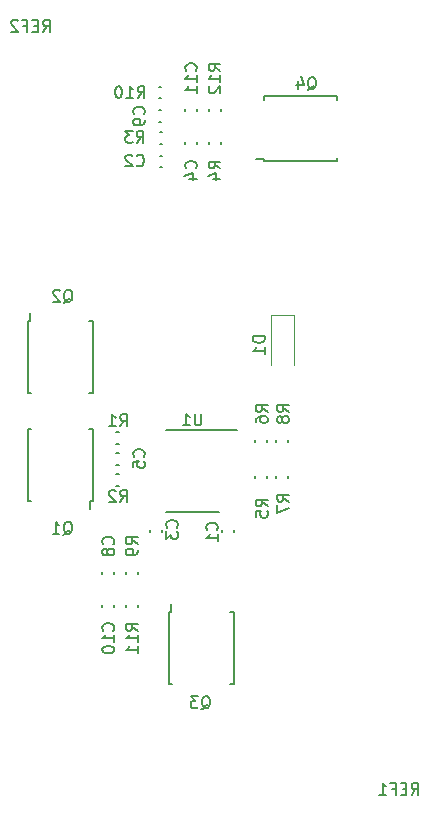
<source format=gbo>
G04 #@! TF.FileFunction,Legend,Bot*
%FSLAX46Y46*%
G04 Gerber Fmt 4.6, Leading zero omitted, Abs format (unit mm)*
G04 Created by KiCad (PCBNEW 4.0.5) date 03/05/17 20:07:58*
%MOMM*%
%LPD*%
G01*
G04 APERTURE LIST*
%ADD10C,0.100000*%
%ADD11C,0.150000*%
%ADD12C,0.120000*%
G04 APERTURE END LIST*
D10*
D11*
X179824000Y-124560000D02*
X179824000Y-124360000D01*
X178824000Y-124560000D02*
X178824000Y-124360000D01*
X173521000Y-93688000D02*
X173721000Y-93688000D01*
X173521000Y-92688000D02*
X173721000Y-92688000D01*
X173728000Y-124560000D02*
X173728000Y-124360000D01*
X172728000Y-124560000D02*
X172728000Y-124360000D01*
X175649000Y-91530500D02*
X175649000Y-91730500D01*
X176649000Y-91530500D02*
X176649000Y-91730500D01*
X169826000Y-118864000D02*
X170026000Y-118864000D01*
X169826000Y-117864000D02*
X170026000Y-117864000D01*
X168664000Y-127916000D02*
X168664000Y-128116000D01*
X169664000Y-127916000D02*
X169664000Y-128116000D01*
X173457500Y-89814500D02*
X173657500Y-89814500D01*
X173457500Y-88814500D02*
X173657500Y-88814500D01*
X168664000Y-130710000D02*
X168664000Y-130910000D01*
X169664000Y-130710000D02*
X169664000Y-130910000D01*
X175649000Y-88736500D02*
X175649000Y-88936500D01*
X176649000Y-88736500D02*
X176649000Y-88936500D01*
D12*
X182896000Y-110462000D02*
X182896000Y-106162000D01*
X182896000Y-106162000D02*
X184896000Y-106162000D01*
X184896000Y-106162000D02*
X184896000Y-110462000D01*
D11*
X169826000Y-117086000D02*
X170026000Y-117086000D01*
X169826000Y-116086000D02*
X170026000Y-116086000D01*
X169826000Y-120642000D02*
X170026000Y-120642000D01*
X169826000Y-119642000D02*
X170026000Y-119642000D01*
X173521000Y-91719500D02*
X173721000Y-91719500D01*
X173521000Y-90719500D02*
X173721000Y-90719500D01*
X177681000Y-91530500D02*
X177681000Y-91730500D01*
X178681000Y-91530500D02*
X178681000Y-91730500D01*
X181618000Y-119788000D02*
X181618000Y-119988000D01*
X182618000Y-119788000D02*
X182618000Y-119988000D01*
X182618000Y-116940000D02*
X182618000Y-116740000D01*
X181618000Y-116940000D02*
X181618000Y-116740000D01*
X183396000Y-119788000D02*
X183396000Y-119988000D01*
X184396000Y-119788000D02*
X184396000Y-119988000D01*
X184396000Y-116940000D02*
X184396000Y-116740000D01*
X183396000Y-116940000D02*
X183396000Y-116740000D01*
X170696000Y-127916000D02*
X170696000Y-128116000D01*
X171696000Y-127916000D02*
X171696000Y-128116000D01*
X173457500Y-87846000D02*
X173657500Y-87846000D01*
X173457500Y-86846000D02*
X173657500Y-86846000D01*
X170696000Y-130710000D02*
X170696000Y-130910000D01*
X171696000Y-130710000D02*
X171696000Y-130910000D01*
X177681000Y-88736500D02*
X177681000Y-88936500D01*
X178681000Y-88736500D02*
X178681000Y-88936500D01*
X178501000Y-122830000D02*
X174051000Y-122830000D01*
X180026000Y-115930000D02*
X174051000Y-115930000D01*
X167855000Y-121942000D02*
X167650000Y-121942000D01*
X167855000Y-115802000D02*
X167555000Y-115802000D01*
X162345000Y-115802000D02*
X162645000Y-115802000D01*
X162345000Y-121942000D02*
X162645000Y-121942000D01*
X167855000Y-121942000D02*
X167855000Y-115802000D01*
X162345000Y-121942000D02*
X162345000Y-115802000D01*
X167650000Y-121942000D02*
X167650000Y-122622000D01*
X162345000Y-106658000D02*
X162550000Y-106658000D01*
X162345000Y-112798000D02*
X162645000Y-112798000D01*
X167855000Y-112798000D02*
X167555000Y-112798000D01*
X167855000Y-106658000D02*
X167555000Y-106658000D01*
X162345000Y-106658000D02*
X162345000Y-112798000D01*
X167855000Y-106658000D02*
X167855000Y-112798000D01*
X162550000Y-106658000D02*
X162550000Y-105978000D01*
X174283000Y-131296000D02*
X174488000Y-131296000D01*
X174283000Y-137436000D02*
X174583000Y-137436000D01*
X179793000Y-137436000D02*
X179493000Y-137436000D01*
X179793000Y-131296000D02*
X179493000Y-131296000D01*
X174283000Y-131296000D02*
X174283000Y-137436000D01*
X179793000Y-131296000D02*
X179793000Y-137436000D01*
X174488000Y-131296000D02*
X174488000Y-130616000D01*
X182350000Y-93179000D02*
X182350000Y-92974000D01*
X188490000Y-93179000D02*
X188490000Y-92879000D01*
X188490000Y-87669000D02*
X188490000Y-87969000D01*
X182350000Y-87669000D02*
X182350000Y-87969000D01*
X182350000Y-93179000D02*
X188490000Y-93179000D01*
X182350000Y-87669000D02*
X188490000Y-87669000D01*
X182350000Y-92974000D02*
X181670000Y-92974000D01*
X178357143Y-124383334D02*
X178404762Y-124335715D01*
X178452381Y-124192858D01*
X178452381Y-124097620D01*
X178404762Y-123954762D01*
X178309524Y-123859524D01*
X178214286Y-123811905D01*
X178023810Y-123764286D01*
X177880952Y-123764286D01*
X177690476Y-123811905D01*
X177595238Y-123859524D01*
X177500000Y-123954762D01*
X177452381Y-124097620D01*
X177452381Y-124192858D01*
X177500000Y-124335715D01*
X177547619Y-124383334D01*
X178452381Y-125335715D02*
X178452381Y-124764286D01*
X178452381Y-125050000D02*
X177452381Y-125050000D01*
X177595238Y-124954762D01*
X177690476Y-124859524D01*
X177738095Y-124764286D01*
X171566666Y-93507143D02*
X171614285Y-93554762D01*
X171757142Y-93602381D01*
X171852380Y-93602381D01*
X171995238Y-93554762D01*
X172090476Y-93459524D01*
X172138095Y-93364286D01*
X172185714Y-93173810D01*
X172185714Y-93030952D01*
X172138095Y-92840476D01*
X172090476Y-92745238D01*
X171995238Y-92650000D01*
X171852380Y-92602381D01*
X171757142Y-92602381D01*
X171614285Y-92650000D01*
X171566666Y-92697619D01*
X171185714Y-92697619D02*
X171138095Y-92650000D01*
X171042857Y-92602381D01*
X170804761Y-92602381D01*
X170709523Y-92650000D01*
X170661904Y-92697619D01*
X170614285Y-92792857D01*
X170614285Y-92888095D01*
X170661904Y-93030952D01*
X171233333Y-93602381D01*
X170614285Y-93602381D01*
X174957143Y-124183334D02*
X175004762Y-124135715D01*
X175052381Y-123992858D01*
X175052381Y-123897620D01*
X175004762Y-123754762D01*
X174909524Y-123659524D01*
X174814286Y-123611905D01*
X174623810Y-123564286D01*
X174480952Y-123564286D01*
X174290476Y-123611905D01*
X174195238Y-123659524D01*
X174100000Y-123754762D01*
X174052381Y-123897620D01*
X174052381Y-123992858D01*
X174100000Y-124135715D01*
X174147619Y-124183334D01*
X174052381Y-124516667D02*
X174052381Y-125135715D01*
X174433333Y-124802381D01*
X174433333Y-124945239D01*
X174480952Y-125040477D01*
X174528571Y-125088096D01*
X174623810Y-125135715D01*
X174861905Y-125135715D01*
X174957143Y-125088096D01*
X175004762Y-125040477D01*
X175052381Y-124945239D01*
X175052381Y-124659524D01*
X175004762Y-124564286D01*
X174957143Y-124516667D01*
X176557143Y-93783334D02*
X176604762Y-93735715D01*
X176652381Y-93592858D01*
X176652381Y-93497620D01*
X176604762Y-93354762D01*
X176509524Y-93259524D01*
X176414286Y-93211905D01*
X176223810Y-93164286D01*
X176080952Y-93164286D01*
X175890476Y-93211905D01*
X175795238Y-93259524D01*
X175700000Y-93354762D01*
X175652381Y-93497620D01*
X175652381Y-93592858D01*
X175700000Y-93735715D01*
X175747619Y-93783334D01*
X175985714Y-94640477D02*
X176652381Y-94640477D01*
X175604762Y-94402381D02*
X176319048Y-94164286D01*
X176319048Y-94783334D01*
X172157143Y-118183334D02*
X172204762Y-118135715D01*
X172252381Y-117992858D01*
X172252381Y-117897620D01*
X172204762Y-117754762D01*
X172109524Y-117659524D01*
X172014286Y-117611905D01*
X171823810Y-117564286D01*
X171680952Y-117564286D01*
X171490476Y-117611905D01*
X171395238Y-117659524D01*
X171300000Y-117754762D01*
X171252381Y-117897620D01*
X171252381Y-117992858D01*
X171300000Y-118135715D01*
X171347619Y-118183334D01*
X171252381Y-119088096D02*
X171252381Y-118611905D01*
X171728571Y-118564286D01*
X171680952Y-118611905D01*
X171633333Y-118707143D01*
X171633333Y-118945239D01*
X171680952Y-119040477D01*
X171728571Y-119088096D01*
X171823810Y-119135715D01*
X172061905Y-119135715D01*
X172157143Y-119088096D01*
X172204762Y-119040477D01*
X172252381Y-118945239D01*
X172252381Y-118707143D01*
X172204762Y-118611905D01*
X172157143Y-118564286D01*
X169557143Y-125583334D02*
X169604762Y-125535715D01*
X169652381Y-125392858D01*
X169652381Y-125297620D01*
X169604762Y-125154762D01*
X169509524Y-125059524D01*
X169414286Y-125011905D01*
X169223810Y-124964286D01*
X169080952Y-124964286D01*
X168890476Y-125011905D01*
X168795238Y-125059524D01*
X168700000Y-125154762D01*
X168652381Y-125297620D01*
X168652381Y-125392858D01*
X168700000Y-125535715D01*
X168747619Y-125583334D01*
X169080952Y-126154762D02*
X169033333Y-126059524D01*
X168985714Y-126011905D01*
X168890476Y-125964286D01*
X168842857Y-125964286D01*
X168747619Y-126011905D01*
X168700000Y-126059524D01*
X168652381Y-126154762D01*
X168652381Y-126345239D01*
X168700000Y-126440477D01*
X168747619Y-126488096D01*
X168842857Y-126535715D01*
X168890476Y-126535715D01*
X168985714Y-126488096D01*
X169033333Y-126440477D01*
X169080952Y-126345239D01*
X169080952Y-126154762D01*
X169128571Y-126059524D01*
X169176190Y-126011905D01*
X169271429Y-125964286D01*
X169461905Y-125964286D01*
X169557143Y-126011905D01*
X169604762Y-126059524D01*
X169652381Y-126154762D01*
X169652381Y-126345239D01*
X169604762Y-126440477D01*
X169557143Y-126488096D01*
X169461905Y-126535715D01*
X169271429Y-126535715D01*
X169176190Y-126488096D01*
X169128571Y-126440477D01*
X169080952Y-126345239D01*
X172157143Y-89183334D02*
X172204762Y-89135715D01*
X172252381Y-88992858D01*
X172252381Y-88897620D01*
X172204762Y-88754762D01*
X172109524Y-88659524D01*
X172014286Y-88611905D01*
X171823810Y-88564286D01*
X171680952Y-88564286D01*
X171490476Y-88611905D01*
X171395238Y-88659524D01*
X171300000Y-88754762D01*
X171252381Y-88897620D01*
X171252381Y-88992858D01*
X171300000Y-89135715D01*
X171347619Y-89183334D01*
X172252381Y-89659524D02*
X172252381Y-89850000D01*
X172204762Y-89945239D01*
X172157143Y-89992858D01*
X172014286Y-90088096D01*
X171823810Y-90135715D01*
X171442857Y-90135715D01*
X171347619Y-90088096D01*
X171300000Y-90040477D01*
X171252381Y-89945239D01*
X171252381Y-89754762D01*
X171300000Y-89659524D01*
X171347619Y-89611905D01*
X171442857Y-89564286D01*
X171680952Y-89564286D01*
X171776190Y-89611905D01*
X171823810Y-89659524D01*
X171871429Y-89754762D01*
X171871429Y-89945239D01*
X171823810Y-90040477D01*
X171776190Y-90088096D01*
X171680952Y-90135715D01*
X169557143Y-132907143D02*
X169604762Y-132859524D01*
X169652381Y-132716667D01*
X169652381Y-132621429D01*
X169604762Y-132478571D01*
X169509524Y-132383333D01*
X169414286Y-132335714D01*
X169223810Y-132288095D01*
X169080952Y-132288095D01*
X168890476Y-132335714D01*
X168795238Y-132383333D01*
X168700000Y-132478571D01*
X168652381Y-132621429D01*
X168652381Y-132716667D01*
X168700000Y-132859524D01*
X168747619Y-132907143D01*
X169652381Y-133859524D02*
X169652381Y-133288095D01*
X169652381Y-133573809D02*
X168652381Y-133573809D01*
X168795238Y-133478571D01*
X168890476Y-133383333D01*
X168938095Y-133288095D01*
X168652381Y-134478571D02*
X168652381Y-134573810D01*
X168700000Y-134669048D01*
X168747619Y-134716667D01*
X168842857Y-134764286D01*
X169033333Y-134811905D01*
X169271429Y-134811905D01*
X169461905Y-134764286D01*
X169557143Y-134716667D01*
X169604762Y-134669048D01*
X169652381Y-134573810D01*
X169652381Y-134478571D01*
X169604762Y-134383333D01*
X169557143Y-134335714D01*
X169461905Y-134288095D01*
X169271429Y-134240476D01*
X169033333Y-134240476D01*
X168842857Y-134288095D01*
X168747619Y-134335714D01*
X168700000Y-134383333D01*
X168652381Y-134478571D01*
X176557143Y-85507143D02*
X176604762Y-85459524D01*
X176652381Y-85316667D01*
X176652381Y-85221429D01*
X176604762Y-85078571D01*
X176509524Y-84983333D01*
X176414286Y-84935714D01*
X176223810Y-84888095D01*
X176080952Y-84888095D01*
X175890476Y-84935714D01*
X175795238Y-84983333D01*
X175700000Y-85078571D01*
X175652381Y-85221429D01*
X175652381Y-85316667D01*
X175700000Y-85459524D01*
X175747619Y-85507143D01*
X176652381Y-86459524D02*
X176652381Y-85888095D01*
X176652381Y-86173809D02*
X175652381Y-86173809D01*
X175795238Y-86078571D01*
X175890476Y-85983333D01*
X175938095Y-85888095D01*
X176652381Y-87411905D02*
X176652381Y-86840476D01*
X176652381Y-87126190D02*
X175652381Y-87126190D01*
X175795238Y-87030952D01*
X175890476Y-86935714D01*
X175938095Y-86840476D01*
X182398381Y-107973905D02*
X181398381Y-107973905D01*
X181398381Y-108212000D01*
X181446000Y-108354858D01*
X181541238Y-108450096D01*
X181636476Y-108497715D01*
X181826952Y-108545334D01*
X181969810Y-108545334D01*
X182160286Y-108497715D01*
X182255524Y-108450096D01*
X182350762Y-108354858D01*
X182398381Y-108212000D01*
X182398381Y-107973905D01*
X182398381Y-109497715D02*
X182398381Y-108926286D01*
X182398381Y-109212000D02*
X181398381Y-109212000D01*
X181541238Y-109116762D01*
X181636476Y-109021524D01*
X181684095Y-108926286D01*
X170166666Y-115602381D02*
X170500000Y-115126190D01*
X170738095Y-115602381D02*
X170738095Y-114602381D01*
X170357142Y-114602381D01*
X170261904Y-114650000D01*
X170214285Y-114697619D01*
X170166666Y-114792857D01*
X170166666Y-114935714D01*
X170214285Y-115030952D01*
X170261904Y-115078571D01*
X170357142Y-115126190D01*
X170738095Y-115126190D01*
X169214285Y-115602381D02*
X169785714Y-115602381D01*
X169500000Y-115602381D02*
X169500000Y-114602381D01*
X169595238Y-114745238D01*
X169690476Y-114840476D01*
X169785714Y-114888095D01*
X170166666Y-122002381D02*
X170500000Y-121526190D01*
X170738095Y-122002381D02*
X170738095Y-121002381D01*
X170357142Y-121002381D01*
X170261904Y-121050000D01*
X170214285Y-121097619D01*
X170166666Y-121192857D01*
X170166666Y-121335714D01*
X170214285Y-121430952D01*
X170261904Y-121478571D01*
X170357142Y-121526190D01*
X170738095Y-121526190D01*
X169785714Y-121097619D02*
X169738095Y-121050000D01*
X169642857Y-121002381D01*
X169404761Y-121002381D01*
X169309523Y-121050000D01*
X169261904Y-121097619D01*
X169214285Y-121192857D01*
X169214285Y-121288095D01*
X169261904Y-121430952D01*
X169833333Y-122002381D01*
X169214285Y-122002381D01*
X171566666Y-91602381D02*
X171900000Y-91126190D01*
X172138095Y-91602381D02*
X172138095Y-90602381D01*
X171757142Y-90602381D01*
X171661904Y-90650000D01*
X171614285Y-90697619D01*
X171566666Y-90792857D01*
X171566666Y-90935714D01*
X171614285Y-91030952D01*
X171661904Y-91078571D01*
X171757142Y-91126190D01*
X172138095Y-91126190D01*
X171233333Y-90602381D02*
X170614285Y-90602381D01*
X170947619Y-90983333D01*
X170804761Y-90983333D01*
X170709523Y-91030952D01*
X170661904Y-91078571D01*
X170614285Y-91173810D01*
X170614285Y-91411905D01*
X170661904Y-91507143D01*
X170709523Y-91554762D01*
X170804761Y-91602381D01*
X171090476Y-91602381D01*
X171185714Y-91554762D01*
X171233333Y-91507143D01*
X178652381Y-93783334D02*
X178176190Y-93450000D01*
X178652381Y-93211905D02*
X177652381Y-93211905D01*
X177652381Y-93592858D01*
X177700000Y-93688096D01*
X177747619Y-93735715D01*
X177842857Y-93783334D01*
X177985714Y-93783334D01*
X178080952Y-93735715D01*
X178128571Y-93688096D01*
X178176190Y-93592858D01*
X178176190Y-93211905D01*
X177985714Y-94640477D02*
X178652381Y-94640477D01*
X177604762Y-94402381D02*
X178319048Y-94164286D01*
X178319048Y-94783334D01*
X182652381Y-122383334D02*
X182176190Y-122050000D01*
X182652381Y-121811905D02*
X181652381Y-121811905D01*
X181652381Y-122192858D01*
X181700000Y-122288096D01*
X181747619Y-122335715D01*
X181842857Y-122383334D01*
X181985714Y-122383334D01*
X182080952Y-122335715D01*
X182128571Y-122288096D01*
X182176190Y-122192858D01*
X182176190Y-121811905D01*
X181652381Y-123288096D02*
X181652381Y-122811905D01*
X182128571Y-122764286D01*
X182080952Y-122811905D01*
X182033333Y-122907143D01*
X182033333Y-123145239D01*
X182080952Y-123240477D01*
X182128571Y-123288096D01*
X182223810Y-123335715D01*
X182461905Y-123335715D01*
X182557143Y-123288096D01*
X182604762Y-123240477D01*
X182652381Y-123145239D01*
X182652381Y-122907143D01*
X182604762Y-122811905D01*
X182557143Y-122764286D01*
X182652381Y-114383334D02*
X182176190Y-114050000D01*
X182652381Y-113811905D02*
X181652381Y-113811905D01*
X181652381Y-114192858D01*
X181700000Y-114288096D01*
X181747619Y-114335715D01*
X181842857Y-114383334D01*
X181985714Y-114383334D01*
X182080952Y-114335715D01*
X182128571Y-114288096D01*
X182176190Y-114192858D01*
X182176190Y-113811905D01*
X181652381Y-115240477D02*
X181652381Y-115050000D01*
X181700000Y-114954762D01*
X181747619Y-114907143D01*
X181890476Y-114811905D01*
X182080952Y-114764286D01*
X182461905Y-114764286D01*
X182557143Y-114811905D01*
X182604762Y-114859524D01*
X182652381Y-114954762D01*
X182652381Y-115145239D01*
X182604762Y-115240477D01*
X182557143Y-115288096D01*
X182461905Y-115335715D01*
X182223810Y-115335715D01*
X182128571Y-115288096D01*
X182080952Y-115240477D01*
X182033333Y-115145239D01*
X182033333Y-114954762D01*
X182080952Y-114859524D01*
X182128571Y-114811905D01*
X182223810Y-114764286D01*
X184452381Y-121983334D02*
X183976190Y-121650000D01*
X184452381Y-121411905D02*
X183452381Y-121411905D01*
X183452381Y-121792858D01*
X183500000Y-121888096D01*
X183547619Y-121935715D01*
X183642857Y-121983334D01*
X183785714Y-121983334D01*
X183880952Y-121935715D01*
X183928571Y-121888096D01*
X183976190Y-121792858D01*
X183976190Y-121411905D01*
X183452381Y-122316667D02*
X183452381Y-122983334D01*
X184452381Y-122554762D01*
X184452381Y-114383334D02*
X183976190Y-114050000D01*
X184452381Y-113811905D02*
X183452381Y-113811905D01*
X183452381Y-114192858D01*
X183500000Y-114288096D01*
X183547619Y-114335715D01*
X183642857Y-114383334D01*
X183785714Y-114383334D01*
X183880952Y-114335715D01*
X183928571Y-114288096D01*
X183976190Y-114192858D01*
X183976190Y-113811905D01*
X183880952Y-114954762D02*
X183833333Y-114859524D01*
X183785714Y-114811905D01*
X183690476Y-114764286D01*
X183642857Y-114764286D01*
X183547619Y-114811905D01*
X183500000Y-114859524D01*
X183452381Y-114954762D01*
X183452381Y-115145239D01*
X183500000Y-115240477D01*
X183547619Y-115288096D01*
X183642857Y-115335715D01*
X183690476Y-115335715D01*
X183785714Y-115288096D01*
X183833333Y-115240477D01*
X183880952Y-115145239D01*
X183880952Y-114954762D01*
X183928571Y-114859524D01*
X183976190Y-114811905D01*
X184071429Y-114764286D01*
X184261905Y-114764286D01*
X184357143Y-114811905D01*
X184404762Y-114859524D01*
X184452381Y-114954762D01*
X184452381Y-115145239D01*
X184404762Y-115240477D01*
X184357143Y-115288096D01*
X184261905Y-115335715D01*
X184071429Y-115335715D01*
X183976190Y-115288096D01*
X183928571Y-115240477D01*
X183880952Y-115145239D01*
X171652381Y-125583334D02*
X171176190Y-125250000D01*
X171652381Y-125011905D02*
X170652381Y-125011905D01*
X170652381Y-125392858D01*
X170700000Y-125488096D01*
X170747619Y-125535715D01*
X170842857Y-125583334D01*
X170985714Y-125583334D01*
X171080952Y-125535715D01*
X171128571Y-125488096D01*
X171176190Y-125392858D01*
X171176190Y-125011905D01*
X171652381Y-126059524D02*
X171652381Y-126250000D01*
X171604762Y-126345239D01*
X171557143Y-126392858D01*
X171414286Y-126488096D01*
X171223810Y-126535715D01*
X170842857Y-126535715D01*
X170747619Y-126488096D01*
X170700000Y-126440477D01*
X170652381Y-126345239D01*
X170652381Y-126154762D01*
X170700000Y-126059524D01*
X170747619Y-126011905D01*
X170842857Y-125964286D01*
X171080952Y-125964286D01*
X171176190Y-126011905D01*
X171223810Y-126059524D01*
X171271429Y-126154762D01*
X171271429Y-126345239D01*
X171223810Y-126440477D01*
X171176190Y-126488096D01*
X171080952Y-126535715D01*
X171642857Y-87802381D02*
X171976191Y-87326190D01*
X172214286Y-87802381D02*
X172214286Y-86802381D01*
X171833333Y-86802381D01*
X171738095Y-86850000D01*
X171690476Y-86897619D01*
X171642857Y-86992857D01*
X171642857Y-87135714D01*
X171690476Y-87230952D01*
X171738095Y-87278571D01*
X171833333Y-87326190D01*
X172214286Y-87326190D01*
X170690476Y-87802381D02*
X171261905Y-87802381D01*
X170976191Y-87802381D02*
X170976191Y-86802381D01*
X171071429Y-86945238D01*
X171166667Y-87040476D01*
X171261905Y-87088095D01*
X170071429Y-86802381D02*
X169976190Y-86802381D01*
X169880952Y-86850000D01*
X169833333Y-86897619D01*
X169785714Y-86992857D01*
X169738095Y-87183333D01*
X169738095Y-87421429D01*
X169785714Y-87611905D01*
X169833333Y-87707143D01*
X169880952Y-87754762D01*
X169976190Y-87802381D01*
X170071429Y-87802381D01*
X170166667Y-87754762D01*
X170214286Y-87707143D01*
X170261905Y-87611905D01*
X170309524Y-87421429D01*
X170309524Y-87183333D01*
X170261905Y-86992857D01*
X170214286Y-86897619D01*
X170166667Y-86850000D01*
X170071429Y-86802381D01*
X171652381Y-132907143D02*
X171176190Y-132573809D01*
X171652381Y-132335714D02*
X170652381Y-132335714D01*
X170652381Y-132716667D01*
X170700000Y-132811905D01*
X170747619Y-132859524D01*
X170842857Y-132907143D01*
X170985714Y-132907143D01*
X171080952Y-132859524D01*
X171128571Y-132811905D01*
X171176190Y-132716667D01*
X171176190Y-132335714D01*
X171652381Y-133859524D02*
X171652381Y-133288095D01*
X171652381Y-133573809D02*
X170652381Y-133573809D01*
X170795238Y-133478571D01*
X170890476Y-133383333D01*
X170938095Y-133288095D01*
X171652381Y-134811905D02*
X171652381Y-134240476D01*
X171652381Y-134526190D02*
X170652381Y-134526190D01*
X170795238Y-134430952D01*
X170890476Y-134335714D01*
X170938095Y-134240476D01*
X178652381Y-85507143D02*
X178176190Y-85173809D01*
X178652381Y-84935714D02*
X177652381Y-84935714D01*
X177652381Y-85316667D01*
X177700000Y-85411905D01*
X177747619Y-85459524D01*
X177842857Y-85507143D01*
X177985714Y-85507143D01*
X178080952Y-85459524D01*
X178128571Y-85411905D01*
X178176190Y-85316667D01*
X178176190Y-84935714D01*
X178652381Y-86459524D02*
X178652381Y-85888095D01*
X178652381Y-86173809D02*
X177652381Y-86173809D01*
X177795238Y-86078571D01*
X177890476Y-85983333D01*
X177938095Y-85888095D01*
X177747619Y-86840476D02*
X177700000Y-86888095D01*
X177652381Y-86983333D01*
X177652381Y-87221429D01*
X177700000Y-87316667D01*
X177747619Y-87364286D01*
X177842857Y-87411905D01*
X177938095Y-87411905D01*
X178080952Y-87364286D01*
X178652381Y-86792857D01*
X178652381Y-87411905D01*
X177037905Y-114532381D02*
X177037905Y-115341905D01*
X176990286Y-115437143D01*
X176942667Y-115484762D01*
X176847429Y-115532381D01*
X176656952Y-115532381D01*
X176561714Y-115484762D01*
X176514095Y-115437143D01*
X176466476Y-115341905D01*
X176466476Y-114532381D01*
X175466476Y-115532381D02*
X176037905Y-115532381D01*
X175752191Y-115532381D02*
X175752191Y-114532381D01*
X175847429Y-114675238D01*
X175942667Y-114770476D01*
X176037905Y-114818095D01*
X194836219Y-146802581D02*
X195169553Y-146326390D01*
X195407648Y-146802581D02*
X195407648Y-145802581D01*
X195026695Y-145802581D01*
X194931457Y-145850200D01*
X194883838Y-145897819D01*
X194836219Y-145993057D01*
X194836219Y-146135914D01*
X194883838Y-146231152D01*
X194931457Y-146278771D01*
X195026695Y-146326390D01*
X195407648Y-146326390D01*
X194407648Y-146278771D02*
X194074314Y-146278771D01*
X193931457Y-146802581D02*
X194407648Y-146802581D01*
X194407648Y-145802581D01*
X193931457Y-145802581D01*
X193169552Y-146278771D02*
X193502886Y-146278771D01*
X193502886Y-146802581D02*
X193502886Y-145802581D01*
X193026695Y-145802581D01*
X192121933Y-146802581D02*
X192693362Y-146802581D01*
X192407648Y-146802581D02*
X192407648Y-145802581D01*
X192502886Y-145945438D01*
X192598124Y-146040676D01*
X192693362Y-146088295D01*
X163647619Y-82202381D02*
X163980953Y-81726190D01*
X164219048Y-82202381D02*
X164219048Y-81202381D01*
X163838095Y-81202381D01*
X163742857Y-81250000D01*
X163695238Y-81297619D01*
X163647619Y-81392857D01*
X163647619Y-81535714D01*
X163695238Y-81630952D01*
X163742857Y-81678571D01*
X163838095Y-81726190D01*
X164219048Y-81726190D01*
X163219048Y-81678571D02*
X162885714Y-81678571D01*
X162742857Y-82202381D02*
X163219048Y-82202381D01*
X163219048Y-81202381D01*
X162742857Y-81202381D01*
X161980952Y-81678571D02*
X162314286Y-81678571D01*
X162314286Y-82202381D02*
X162314286Y-81202381D01*
X161838095Y-81202381D01*
X161504762Y-81297619D02*
X161457143Y-81250000D01*
X161361905Y-81202381D01*
X161123809Y-81202381D01*
X161028571Y-81250000D01*
X160980952Y-81297619D01*
X160933333Y-81392857D01*
X160933333Y-81488095D01*
X160980952Y-81630952D01*
X161552381Y-82202381D01*
X160933333Y-82202381D01*
X165359638Y-124787119D02*
X165454876Y-124739500D01*
X165550114Y-124644262D01*
X165692971Y-124501405D01*
X165788210Y-124453786D01*
X165883448Y-124453786D01*
X165835829Y-124691881D02*
X165931067Y-124644262D01*
X166026305Y-124549024D01*
X166073924Y-124358548D01*
X166073924Y-124025214D01*
X166026305Y-123834738D01*
X165931067Y-123739500D01*
X165835829Y-123691881D01*
X165645352Y-123691881D01*
X165550114Y-123739500D01*
X165454876Y-123834738D01*
X165407257Y-124025214D01*
X165407257Y-124358548D01*
X165454876Y-124549024D01*
X165550114Y-124644262D01*
X165645352Y-124691881D01*
X165835829Y-124691881D01*
X164454876Y-124691881D02*
X165026305Y-124691881D01*
X164740591Y-124691881D02*
X164740591Y-123691881D01*
X164835829Y-123834738D01*
X164931067Y-123929976D01*
X165026305Y-123977595D01*
X165385038Y-105152919D02*
X165480276Y-105105300D01*
X165575514Y-105010062D01*
X165718371Y-104867205D01*
X165813610Y-104819586D01*
X165908848Y-104819586D01*
X165861229Y-105057681D02*
X165956467Y-105010062D01*
X166051705Y-104914824D01*
X166099324Y-104724348D01*
X166099324Y-104391014D01*
X166051705Y-104200538D01*
X165956467Y-104105300D01*
X165861229Y-104057681D01*
X165670752Y-104057681D01*
X165575514Y-104105300D01*
X165480276Y-104200538D01*
X165432657Y-104391014D01*
X165432657Y-104724348D01*
X165480276Y-104914824D01*
X165575514Y-105010062D01*
X165670752Y-105057681D01*
X165861229Y-105057681D01*
X165051705Y-104152919D02*
X165004086Y-104105300D01*
X164908848Y-104057681D01*
X164670752Y-104057681D01*
X164575514Y-104105300D01*
X164527895Y-104152919D01*
X164480276Y-104248157D01*
X164480276Y-104343395D01*
X164527895Y-104486252D01*
X165099324Y-105057681D01*
X164480276Y-105057681D01*
X177043638Y-139569919D02*
X177138876Y-139522300D01*
X177234114Y-139427062D01*
X177376971Y-139284205D01*
X177472210Y-139236586D01*
X177567448Y-139236586D01*
X177519829Y-139474681D02*
X177615067Y-139427062D01*
X177710305Y-139331824D01*
X177757924Y-139141348D01*
X177757924Y-138808014D01*
X177710305Y-138617538D01*
X177615067Y-138522300D01*
X177519829Y-138474681D01*
X177329352Y-138474681D01*
X177234114Y-138522300D01*
X177138876Y-138617538D01*
X177091257Y-138808014D01*
X177091257Y-139141348D01*
X177138876Y-139331824D01*
X177234114Y-139427062D01*
X177329352Y-139474681D01*
X177519829Y-139474681D01*
X176757924Y-138474681D02*
X176138876Y-138474681D01*
X176472210Y-138855633D01*
X176329352Y-138855633D01*
X176234114Y-138903252D01*
X176186495Y-138950871D01*
X176138876Y-139046110D01*
X176138876Y-139284205D01*
X176186495Y-139379443D01*
X176234114Y-139427062D01*
X176329352Y-139474681D01*
X176615067Y-139474681D01*
X176710305Y-139427062D01*
X176757924Y-139379443D01*
X186035238Y-87131619D02*
X186130476Y-87084000D01*
X186225714Y-86988762D01*
X186368571Y-86845905D01*
X186463810Y-86798286D01*
X186559048Y-86798286D01*
X186511429Y-87036381D02*
X186606667Y-86988762D01*
X186701905Y-86893524D01*
X186749524Y-86703048D01*
X186749524Y-86369714D01*
X186701905Y-86179238D01*
X186606667Y-86084000D01*
X186511429Y-86036381D01*
X186320952Y-86036381D01*
X186225714Y-86084000D01*
X186130476Y-86179238D01*
X186082857Y-86369714D01*
X186082857Y-86703048D01*
X186130476Y-86893524D01*
X186225714Y-86988762D01*
X186320952Y-87036381D01*
X186511429Y-87036381D01*
X185225714Y-86369714D02*
X185225714Y-87036381D01*
X185463810Y-85988762D02*
X185701905Y-86703048D01*
X185082857Y-86703048D01*
M02*

</source>
